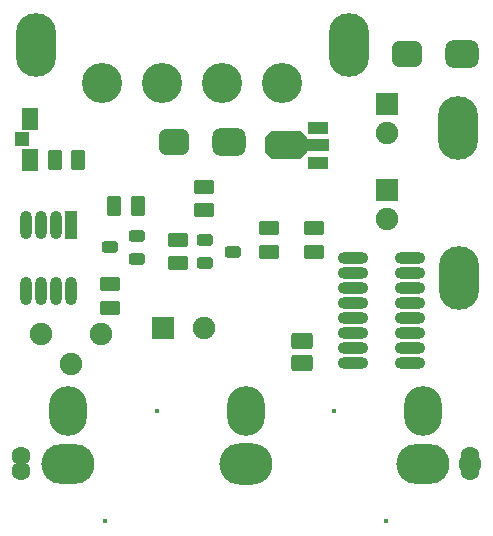
<source format=gts>
G04 Layer_Color=8388736*
%FSLAX24Y24*%
%MOIN*%
G70*
G01*
G75*
%ADD28C,0.0630*%
%ADD54R,0.0397X0.0957*%
%ADD55O,0.0397X0.0957*%
%ADD56R,0.0709X0.0394*%
%ADD57R,0.0866X0.0394*%
G04:AMPARAMS|DCode=58|XSize=90.6mil|YSize=141.7mil|CornerRadius=0mil|HoleSize=0mil|Usage=FLASHONLY|Rotation=270.000|XOffset=0mil|YOffset=0mil|HoleType=Round|Shape=Octagon|*
%AMOCTAGOND58*
4,1,8,0.0709,0.0226,0.0709,-0.0226,0.0482,-0.0453,-0.0482,-0.0453,-0.0709,-0.0226,-0.0709,0.0226,-0.0482,0.0453,0.0482,0.0453,0.0709,0.0226,0.0*
%
%ADD58OCTAGOND58*%

%ADD59O,0.1024X0.0394*%
G04:AMPARAMS|DCode=60|XSize=110.2mil|YSize=94.5mil|CornerRadius=27.6mil|HoleSize=0mil|Usage=FLASHONLY|Rotation=180.000|XOffset=0mil|YOffset=0mil|HoleType=Round|Shape=RoundedRectangle|*
%AMROUNDEDRECTD60*
21,1,0.1102,0.0394,0,0,180.0*
21,1,0.0551,0.0945,0,0,180.0*
1,1,0.0551,-0.0276,0.0197*
1,1,0.0551,0.0276,0.0197*
1,1,0.0551,0.0276,-0.0197*
1,1,0.0551,-0.0276,-0.0197*
%
%ADD60ROUNDEDRECTD60*%
G04:AMPARAMS|DCode=61|XSize=102.5mil|YSize=86.8mil|CornerRadius=23.7mil|HoleSize=0mil|Usage=FLASHONLY|Rotation=180.000|XOffset=0mil|YOffset=0mil|HoleType=Round|Shape=RoundedRectangle|*
%AMROUNDEDRECTD61*
21,1,0.1025,0.0394,0,0,180.0*
21,1,0.0551,0.0868,0,0,180.0*
1,1,0.0474,-0.0276,0.0197*
1,1,0.0474,0.0276,0.0197*
1,1,0.0474,0.0276,-0.0197*
1,1,0.0474,-0.0276,-0.0197*
%
%ADD61ROUNDEDRECTD61*%
G04:AMPARAMS|DCode=62|XSize=70.9mil|YSize=55.1mil|CornerRadius=9.8mil|HoleSize=0mil|Usage=FLASHONLY|Rotation=0.000|XOffset=0mil|YOffset=0mil|HoleType=Round|Shape=RoundedRectangle|*
%AMROUNDEDRECTD62*
21,1,0.0709,0.0354,0,0,0.0*
21,1,0.0512,0.0551,0,0,0.0*
1,1,0.0197,0.0256,-0.0177*
1,1,0.0197,-0.0256,-0.0177*
1,1,0.0197,-0.0256,0.0177*
1,1,0.0197,0.0256,0.0177*
%
%ADD62ROUNDEDRECTD62*%
%ADD63R,0.0551X0.0748*%
%ADD64R,0.0512X0.0512*%
G04:AMPARAMS|DCode=65|XSize=66.9mil|YSize=47.2mil|CornerRadius=9.4mil|HoleSize=0mil|Usage=FLASHONLY|Rotation=180.000|XOffset=0mil|YOffset=0mil|HoleType=Round|Shape=RoundedRectangle|*
%AMROUNDEDRECTD65*
21,1,0.0669,0.0283,0,0,180.0*
21,1,0.0480,0.0472,0,0,180.0*
1,1,0.0189,-0.0240,0.0142*
1,1,0.0189,0.0240,0.0142*
1,1,0.0189,0.0240,-0.0142*
1,1,0.0189,-0.0240,-0.0142*
%
%ADD65ROUNDEDRECTD65*%
G04:AMPARAMS|DCode=66|XSize=66.9mil|YSize=47.2mil|CornerRadius=9.4mil|HoleSize=0mil|Usage=FLASHONLY|Rotation=270.000|XOffset=0mil|YOffset=0mil|HoleType=Round|Shape=RoundedRectangle|*
%AMROUNDEDRECTD66*
21,1,0.0669,0.0283,0,0,270.0*
21,1,0.0480,0.0472,0,0,270.0*
1,1,0.0189,-0.0142,-0.0240*
1,1,0.0189,-0.0142,0.0240*
1,1,0.0189,0.0142,0.0240*
1,1,0.0189,0.0142,-0.0240*
%
%ADD66ROUNDEDRECTD66*%
G04:AMPARAMS|DCode=67|XSize=39.4mil|YSize=55.1mil|CornerRadius=10.8mil|HoleSize=0mil|Usage=FLASHONLY|Rotation=270.000|XOffset=0mil|YOffset=0mil|HoleType=Round|Shape=RoundedRectangle|*
%AMROUNDEDRECTD67*
21,1,0.0394,0.0335,0,0,270.0*
21,1,0.0177,0.0551,0,0,270.0*
1,1,0.0217,-0.0167,-0.0089*
1,1,0.0217,-0.0167,0.0089*
1,1,0.0217,0.0167,0.0089*
1,1,0.0217,0.0167,-0.0089*
%
%ADD67ROUNDEDRECTD67*%
%ADD68C,0.0157*%
%ADD69O,0.1260X0.1654*%
%ADD70O,0.1772X0.1378*%
%ADD71O,0.1772X0.1339*%
%ADD72P,0.0170X8X22.5*%
%ADD73C,0.0757*%
%ADD74C,0.0748*%
%ADD75R,0.0748X0.0748*%
%ADD76R,0.0748X0.0748*%
%ADD77O,0.1339X0.2126*%
%ADD78C,0.1339*%
D28*
X492Y-15177D02*
D03*
Y-15689D02*
D03*
X15453D02*
D03*
Y-15177D02*
D03*
X14232Y-15453D02*
D03*
X13563D02*
D03*
X8327D02*
D03*
X7657D02*
D03*
X2421D02*
D03*
X1752D02*
D03*
D54*
X2165Y-7480D02*
D03*
D55*
X1165Y-9680D02*
D03*
Y-7480D02*
D03*
X1665D02*
D03*
X2165Y-9680D02*
D03*
X1665D02*
D03*
X665Y-7480D02*
D03*
Y-9680D02*
D03*
D56*
X10394Y-5413D02*
D03*
Y-4232D02*
D03*
D57*
X10315Y-4823D02*
D03*
D58*
X9331D02*
D03*
D59*
X13445Y-12085D02*
D03*
Y-11585D02*
D03*
Y-11085D02*
D03*
Y-10585D02*
D03*
Y-10085D02*
D03*
Y-9585D02*
D03*
Y-9085D02*
D03*
Y-8585D02*
D03*
X11555Y-12085D02*
D03*
Y-11585D02*
D03*
Y-11085D02*
D03*
Y-10585D02*
D03*
Y-10085D02*
D03*
Y-9585D02*
D03*
Y-9085D02*
D03*
Y-8585D02*
D03*
D60*
X15197Y-1772D02*
D03*
X7421Y-4724D02*
D03*
D61*
X13346Y-1772D02*
D03*
X5571Y-4724D02*
D03*
D62*
X9843Y-11358D02*
D03*
Y-12067D02*
D03*
D63*
X787Y-5315D02*
D03*
Y-3937D02*
D03*
D64*
X532Y-4626D02*
D03*
D65*
X8760Y-8366D02*
D03*
Y-7579D02*
D03*
X10236D02*
D03*
Y-8366D02*
D03*
X6594Y-6201D02*
D03*
Y-6988D02*
D03*
X5709Y-8760D02*
D03*
Y-7972D02*
D03*
X3445Y-10236D02*
D03*
Y-9449D02*
D03*
D66*
X2402Y-5315D02*
D03*
X1614D02*
D03*
X4370Y-6850D02*
D03*
X3583D02*
D03*
D67*
X6634Y-7992D02*
D03*
Y-8740D02*
D03*
X7539Y-8366D02*
D03*
X4350Y-8602D02*
D03*
Y-7854D02*
D03*
X3445Y-8228D02*
D03*
D68*
X12657Y-17343D02*
D03*
X10925Y-13681D02*
D03*
X5020D02*
D03*
X3287Y-17343D02*
D03*
D69*
X7972Y-13681D02*
D03*
X2067D02*
D03*
X13878D02*
D03*
D70*
X7972Y-15453D02*
D03*
D71*
X2067D02*
D03*
X13878D02*
D03*
D72*
X492D02*
D03*
D73*
X15453D02*
D03*
D74*
X12697Y-4429D02*
D03*
X6594Y-10925D02*
D03*
X1165Y-11114D02*
D03*
X2165Y-12114D02*
D03*
X3165Y-11114D02*
D03*
X12697Y-7283D02*
D03*
D75*
Y-3445D02*
D03*
Y-6299D02*
D03*
D76*
X5217Y-10925D02*
D03*
D77*
X15059Y-4232D02*
D03*
X15069Y-9242D02*
D03*
X984Y-1476D02*
D03*
X11417D02*
D03*
D78*
X3201Y-2756D02*
D03*
X5201D02*
D03*
X9201D02*
D03*
X7201D02*
D03*
M02*

</source>
